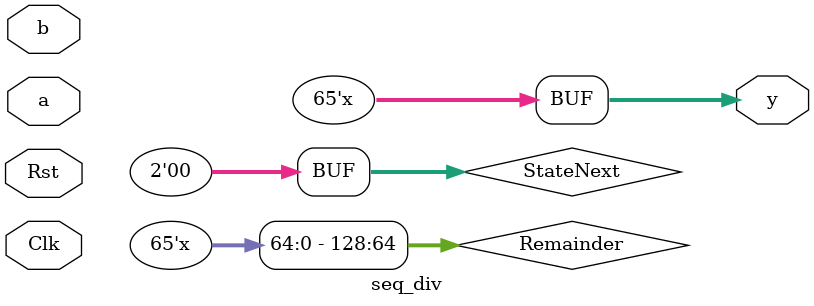
<source format=v>



module seq_div(Clk, Rst, a, b, y);

input [63:0] a, b; // Divisor, Dividend
output reg [64:0] y ;
input Clk, Rst;
reg [6:0] count;
reg [128:0] Remainder = 0; //reg
reg [63:0] divisor; //reg
reg [63:0] quotient;
reg [1:0] State , StateNext;
parameter S_init = 0, S_control = 1, S_pro = 2;

always@(posedge Clk) begin  // always block to change the state
	if(Rst==0)
		State <= S_init;
	else
		State <= StateNext;
end

always@(a,b) begin  // always block to change the state
	StateNext <= S_init;
end

always@(State) begin
	case(State)

	S_init: begin
		Remainder[63:0] <= b;
		divisor <= a;
		count <= 7'b000000;
		quotient <= 0;
		StateNext <= S_control;
		end

	S_control: begin
		Remainder[128:64] =  Remainder[128:64] - divisor ;
		if (Remainder[128:64] < 0 ) begin
			Remainder[128:64] = divisor + Remainder[128:64] ;
			quotient = quotient << 1;
			quotient[0] = 1'b0;
		end
		else begin
			quotient = quotient >> 1;
			quotient[0] = 1'b1;
		end
		StateNext <= S_pro;
		end

	S_pro: begin 
		if (count < 63) begin
			count <= count + 6'b000001;
			StateNext <= S_control;
		end
		else
			y <= product[64:0];
		end
	endcase
end
endmodule

</source>
